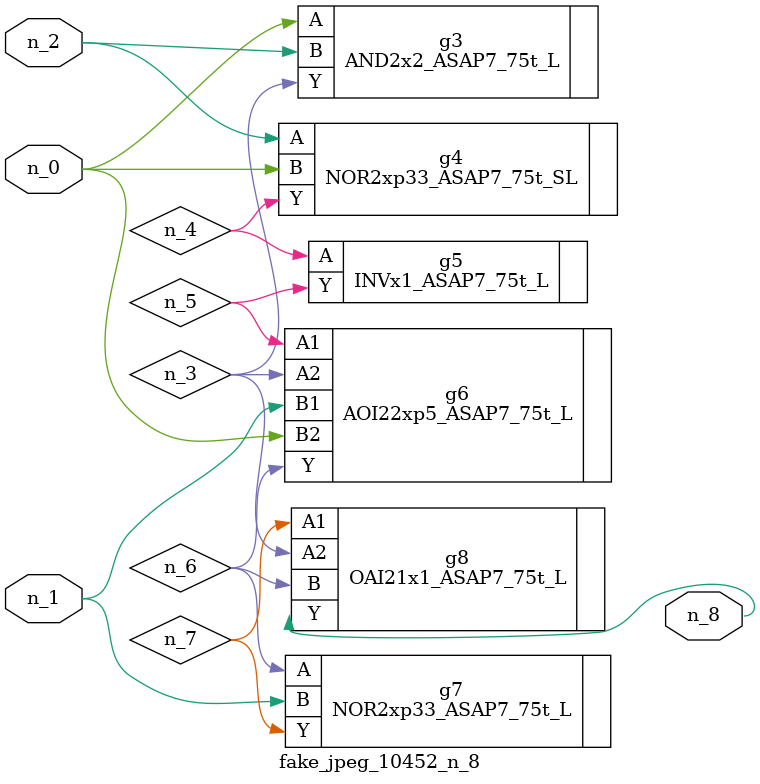
<source format=v>
module fake_jpeg_10452_n_8 (n_0, n_2, n_1, n_8);

input n_0;
input n_2;
input n_1;

output n_8;

wire n_3;
wire n_4;
wire n_6;
wire n_5;
wire n_7;

AND2x2_ASAP7_75t_L g3 ( 
.A(n_0),
.B(n_2),
.Y(n_3)
);

NOR2xp33_ASAP7_75t_SL g4 ( 
.A(n_2),
.B(n_0),
.Y(n_4)
);

INVx1_ASAP7_75t_L g5 ( 
.A(n_4),
.Y(n_5)
);

AOI22xp5_ASAP7_75t_L g6 ( 
.A1(n_5),
.A2(n_3),
.B1(n_1),
.B2(n_0),
.Y(n_6)
);

NOR2xp33_ASAP7_75t_L g7 ( 
.A(n_6),
.B(n_1),
.Y(n_7)
);

OAI21x1_ASAP7_75t_L g8 ( 
.A1(n_7),
.A2(n_3),
.B(n_6),
.Y(n_8)
);


endmodule
</source>
